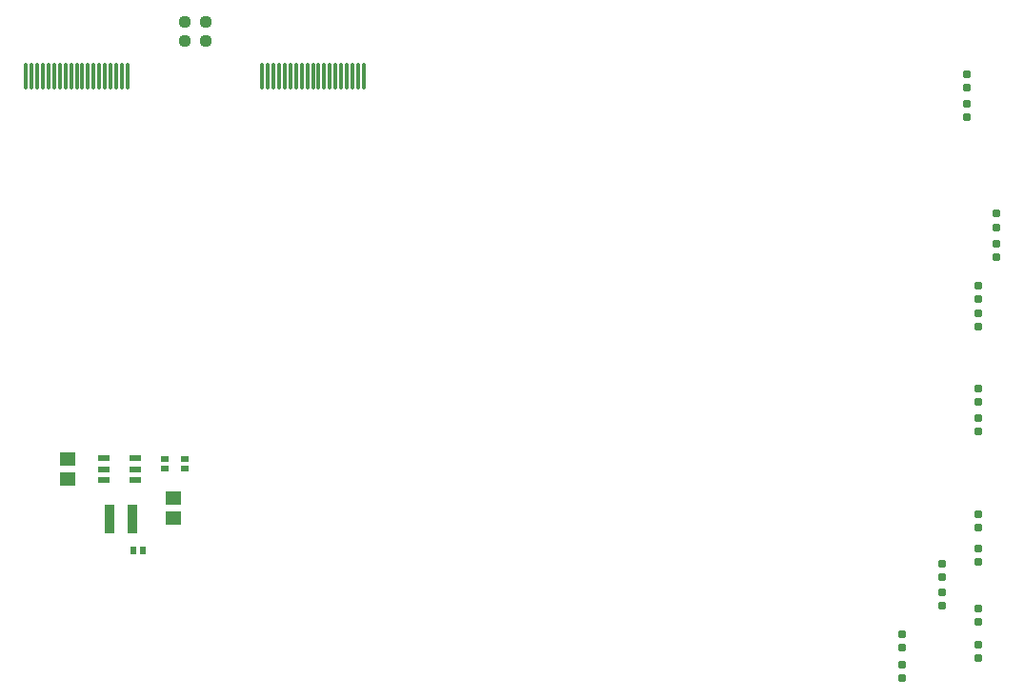
<source format=gbr>
%TF.GenerationSoftware,KiCad,Pcbnew,(6.0.6)*%
%TF.CreationDate,2022-08-23T23:43:20+09:00*%
%TF.ProjectId,ebaz_sdr,6562617a-5f73-4647-922e-6b696361645f,rev?*%
%TF.SameCoordinates,Original*%
%TF.FileFunction,Paste,Top*%
%TF.FilePolarity,Positive*%
%FSLAX46Y46*%
G04 Gerber Fmt 4.6, Leading zero omitted, Abs format (unit mm)*
G04 Created by KiCad (PCBNEW (6.0.6)) date 2022-08-23 23:43:20*
%MOMM*%
%LPD*%
G01*
G04 APERTURE LIST*
G04 Aperture macros list*
%AMRoundRect*
0 Rectangle with rounded corners*
0 $1 Rounding radius*
0 $2 $3 $4 $5 $6 $7 $8 $9 X,Y pos of 4 corners*
0 Add a 4 corners polygon primitive as box body*
4,1,4,$2,$3,$4,$5,$6,$7,$8,$9,$2,$3,0*
0 Add four circle primitives for the rounded corners*
1,1,$1+$1,$2,$3*
1,1,$1+$1,$4,$5*
1,1,$1+$1,$6,$7*
1,1,$1+$1,$8,$9*
0 Add four rect primitives between the rounded corners*
20,1,$1+$1,$2,$3,$4,$5,0*
20,1,$1+$1,$4,$5,$6,$7,0*
20,1,$1+$1,$6,$7,$8,$9,0*
20,1,$1+$1,$8,$9,$2,$3,0*%
G04 Aperture macros list end*
%ADD10R,0.600000X0.650000*%
%ADD11R,0.999998X0.550012*%
%ADD12R,0.650000X0.600000*%
%ADD13R,0.850900X2.499360*%
%ADD14R,1.470000X1.160000*%
%ADD15RoundRect,0.160000X0.160000X-0.197500X0.160000X0.197500X-0.160000X0.197500X-0.160000X-0.197500X0*%
%ADD16RoundRect,0.160000X-0.160000X0.197500X-0.160000X-0.197500X0.160000X-0.197500X0.160000X0.197500X0*%
%ADD17RoundRect,0.237500X0.250000X0.237500X-0.250000X0.237500X-0.250000X-0.237500X0.250000X-0.237500X0*%
%ADD18O,0.300000X2.400000*%
G04 APERTURE END LIST*
D10*
%TO.C,RP3*%
X115487500Y-121664999D03*
X114637497Y-121665002D03*
%TD*%
D11*
%TO.C,UP1*%
X112016558Y-113475912D03*
X112016558Y-114425923D03*
X112016558Y-115375934D03*
X114816552Y-115375934D03*
X114816552Y-114425923D03*
X114816552Y-113475912D03*
%TD*%
D12*
%TO.C,RP2*%
X119253500Y-114342999D03*
X119253497Y-113492996D03*
%TD*%
%TO.C,RP1*%
X117475500Y-113492999D03*
X117475503Y-114343002D03*
%TD*%
D13*
%TO.C,LP1*%
X112524532Y-118870999D03*
X114556532Y-118870999D03*
%TD*%
D14*
%TO.C,CP2*%
X118237500Y-118745000D03*
X118237500Y-116964998D03*
%TD*%
%TO.C,CP1*%
X108839500Y-115314999D03*
X108839500Y-113534997D03*
%TD*%
D15*
%TO.C,R17*%
X189738000Y-122682000D03*
X189738000Y-121487000D03*
%TD*%
D16*
%TO.C,R12*%
X189738000Y-126783500D03*
X189738000Y-127978500D03*
%TD*%
D15*
%TO.C,R3*%
X191338500Y-95580500D03*
X191338500Y-94385500D03*
%TD*%
%TO.C,R15*%
X183007000Y-133021000D03*
X183007000Y-131826000D03*
%TD*%
D16*
%TO.C,R14*%
X183007000Y-129069500D03*
X183007000Y-130264500D03*
%TD*%
%TO.C,R5*%
X189738000Y-98081500D03*
X189738000Y-99276500D03*
%TD*%
D17*
%TO.C,R1*%
X121054500Y-76327000D03*
X119229500Y-76327000D03*
%TD*%
D15*
%TO.C,R11*%
X186563000Y-126544000D03*
X186563000Y-125349000D03*
%TD*%
%TO.C,R4*%
X189738000Y-101764500D03*
X189738000Y-100569500D03*
%TD*%
D18*
%TO.C,HDMI2*%
X105124352Y-79527400D03*
X105624351Y-79527400D03*
X106124350Y-79527400D03*
X106624349Y-79527400D03*
X107124348Y-79527400D03*
X107624347Y-79527400D03*
X108124346Y-79527400D03*
X108624345Y-79527400D03*
X109124344Y-79527400D03*
X109624343Y-79527400D03*
X110124342Y-79527400D03*
X110624341Y-79527400D03*
X111124340Y-79527400D03*
X111624339Y-79527400D03*
X112124338Y-79527400D03*
X112624337Y-79527400D03*
X113124336Y-79527400D03*
X113624335Y-79527400D03*
X114124334Y-79527400D03*
%TD*%
D16*
%TO.C,R6*%
X189738000Y-107225500D03*
X189738000Y-108420500D03*
%TD*%
%TO.C,R10*%
X186563000Y-122809000D03*
X186563000Y-124004000D03*
%TD*%
D15*
%TO.C,R9*%
X188722000Y-83147500D03*
X188722000Y-81952500D03*
%TD*%
%TO.C,R7*%
X189738000Y-111087500D03*
X189738000Y-109892500D03*
%TD*%
D16*
%TO.C,R16*%
X189738000Y-118439000D03*
X189738000Y-119634000D03*
%TD*%
%TO.C,R8*%
X188722000Y-79285500D03*
X188722000Y-80480500D03*
%TD*%
D18*
%TO.C,HDMI1*%
X126124360Y-79527400D03*
X126624359Y-79527400D03*
X127124358Y-79527400D03*
X127624357Y-79527400D03*
X128124356Y-79527400D03*
X128624355Y-79527400D03*
X129124354Y-79527400D03*
X129624353Y-79527400D03*
X130124352Y-79527400D03*
X130624351Y-79527400D03*
X131124350Y-79527400D03*
X131624349Y-79527400D03*
X132124348Y-79527400D03*
X132624347Y-79527400D03*
X133124346Y-79527400D03*
X133624345Y-79527400D03*
X134124344Y-79527400D03*
X134624343Y-79527400D03*
X135124342Y-79527400D03*
%TD*%
D15*
%TO.C,R13*%
X189738000Y-131228500D03*
X189738000Y-130033500D03*
%TD*%
D16*
%TO.C,R2*%
X191338500Y-91718500D03*
X191338500Y-92913500D03*
%TD*%
D17*
%TO.C,C1*%
X121054500Y-74676000D03*
X119229500Y-74676000D03*
%TD*%
M02*

</source>
